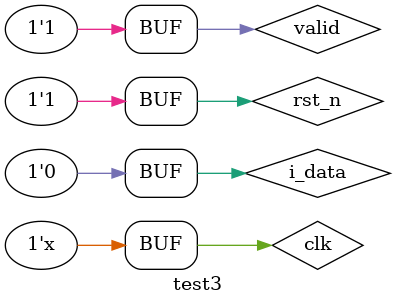
<source format=v>
`timescale 1ns / 1ps


module test3();

    reg clk;
    reg i_data;
    reg valid;
    reg rst_n;
    wire result;
    
    
    
        initial begin
        clk=0;
        rst_n=1;
        i_data=0;
        valid=1;
        #10
        rst_n=0;
        #10
        rst_n=1;
        i_data=1;
        valid=1;
        #10
        i_data=1;
        valid=1;
        #10
        i_data=0;
        valid=1;
        #10
        i_data=1;
        valid=0;
        #10
        i_data=1;
        valid=1;
        #10
        i_data=1;
        valid=1;  
        #10
        i_data=1;
        valid=1;
        #10
        i_data=0;
        valid=1;
        #10
        i_data=0;
        valid=1;
        #10
        i_data=0;
        valid=1;  
        i_data=0;
        valid=1;
        #10
        i_data=1;
        valid=1;
        #10
        i_data=0;
        valid=1;  
    end 
    
    always #5 clk=~clk;
    


    
    seq seq(
    . clk(clk), 
    . i_data(i_data),//ÊäÈëÐÅºÅ
    . valid(valid),//ÊäÈëÐÅºÅÓÐÐ§
    . rst_n(rst_n), //ÏµÍ³¸´Î»£¬µÍµçÆ½ÓÐÐ§
    . result(result)//ÓÐÐ§ÐòÁÐÊä³ö
    );
endmodule

</source>
